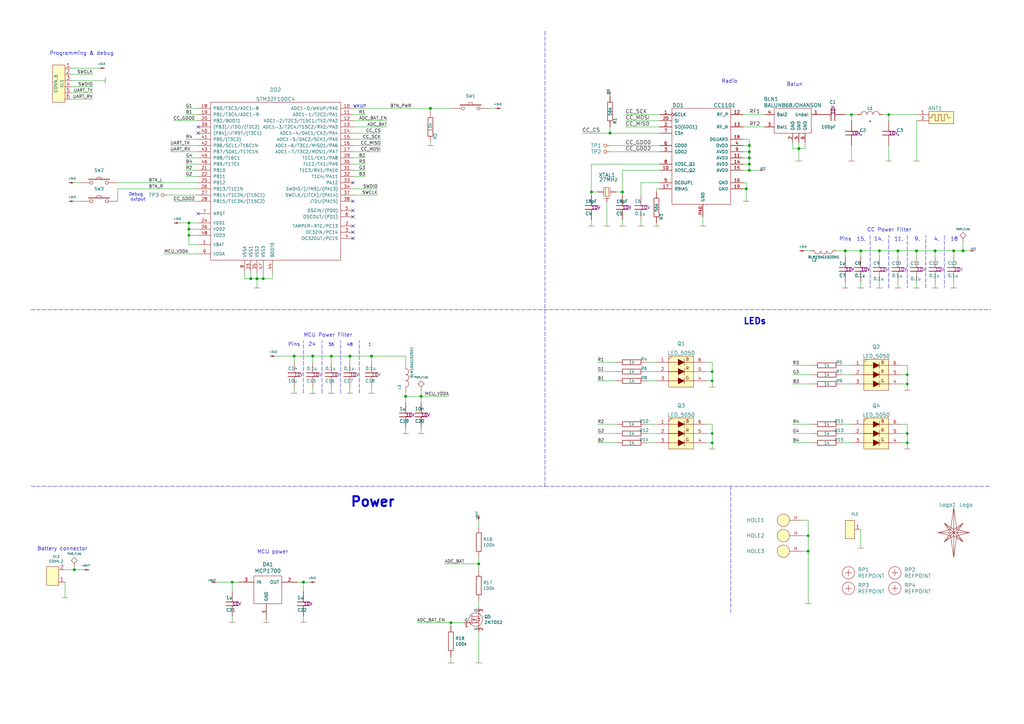
<source format=kicad_sch>
(kicad_sch (version 20210621) (generator eeschema)
  (paper "A3")
  (junction (at 306.07 77.47) (diameter 1.016))
  (junction (at 196.3674 231.267) (diameter 1.016))
  (junction (at 307.34 62.23) (diameter 1.016))
  (junction (at 307.34 67.31) (diameter 1.016))
  (junction (at 255.27 78.74) (diameter 1.016))
  (junction (at 383.54 102.87) (diameter 1.016))
  (junction (at 307.34 69.85) (diameter 1.016))
  (junction (at 128.27 146.05) (diameter 1.016))
  (junction (at 143.51 146.05) (diameter 1.016))
  (junction (at 77.47 96.52))
  (junction (at 242.57 78.74) (diameter 1.016))
  (junction (at 353.06 102.87) (diameter 1.016))
  (junction (at 172.72 162.56) (diameter 1.016))
  (junction (at 77.47 91.44) (diameter 1.016))
  (junction (at 102.87 114.3) (diameter 1.016))
  (junction (at 349.25 46.99))
  (junction (at 292.1 181.61))
  (junction (at 166.37 162.56) (diameter 1.016))
  (junction (at 120.65 146.05) (diameter 1.016))
  (junction (at 307.34 64.77) (diameter 1.016))
  (junction (at 105.41 114.3) (diameter 1.016))
  (junction (at 375.92 102.87) (diameter 1.016))
  (junction (at 372.11 181.61))
  (junction (at 391.16 102.87) (diameter 1.016))
  (junction (at 372.11 153.67))
  (junction (at 360.68 102.87) (diameter 1.016))
  (junction (at 394.97 102.87) (diameter 1.016))
  (junction (at 152.4 146.05) (diameter 1.016))
  (junction (at 250.19 54.61) (diameter 1.016))
  (junction (at 346.71 102.87) (diameter 1.016))
  (junction (at 307.34 59.69) (diameter 1.016))
  (junction (at 184.9374 255.397) (diameter 1.016))
  (junction (at 176.53 44.45) (diameter 1.016))
  (junction (at 292.1 152.4))
  (junction (at 107.95 114.3) (diameter 1.016))
  (junction (at 368.3 102.87) (diameter 1.016))
  (junction (at 124.46 238.76) (diameter 1.016))
  (junction (at 292.1 177.8))
  (junction (at 331.47 219.71))
  (junction (at 30.48 233.68) (diameter 1.016))
  (junction (at 95.25 238.76))
  (junction (at 372.11 177.8))
  (junction (at 331.47 226.06) (diameter 1.016))
  (junction (at 364.49 46.99))
  (junction (at 327.66 60.96) (diameter 1.016))
  (junction (at 292.1 156.21))
  (junction (at 77.47 93.98) (diameter 1.016))
  (junction (at 135.89 146.05) (diameter 1.016))
  (junction (at 372.11 157.48))
  (no_connect (at 144.78 88.9))
  (no_connect (at 144.78 86.36))
  (no_connect (at 144.78 92.71))
  (no_connect (at 81.28 52.07))
  (no_connect (at 81.28 54.61))
  (no_connect (at 144.78 82.55))
  (no_connect (at 144.78 74.93))
  (no_connect (at 144.78 97.79))
  (no_connect (at 144.78 95.25))
  (no_connect (at 81.28 87.63))
  (wire (pts (xy 102.87 114.3) (xy 105.41 114.3)))
  (wire (pts (xy 345.44 181.61) (xy 349.25 181.61)))
  (wire (pts (xy 252.73 181.61) (xy 245.11 181.61)))
  (wire (pts (xy 361.95 46.99) (xy 364.49 46.99)))
  (wire (pts (xy 364.49 46.99) (xy 375.92 46.99)))
  (wire (pts (xy 292.1 177.8) (xy 292.1 181.61)))
  (wire (pts (xy 81.28 46.99) (xy 76.2 46.99)))
  (wire (pts (xy 95.25 238.76) (xy 97.79 238.76)))
  (wire (pts (xy 88.9 238.76) (xy 95.25 238.76)))
  (wire (pts (xy 176.53 44.45) (xy 176.53 45.72)))
  (polyline (pts (xy 132.08 161.29) (xy 132.08 139.7)) (stroke (width 0) (type dash)))
  (wire (pts (xy 71.12 49.53) (xy 81.28 49.53)))
  (wire (pts (xy 304.8 64.77) (xy 307.34 64.77)))
  (wire (pts (xy 391.16 102.87) (xy 394.97 102.87)))
  (wire (pts (xy 29.21 27.94) (xy 40.64 27.94)))
  (wire (pts (xy 172.72 162.56) (xy 172.72 165.1)))
  (wire (pts (xy 250.19 59.69) (xy 270.51 59.69)))
  (wire (pts (xy 265.43 177.8) (xy 269.24 177.8)))
  (wire (pts (xy 81.28 96.52) (xy 77.47 96.52)))
  (wire (pts (xy 105.41 114.3) (xy 105.41 111.76)))
  (polyline (pts (xy 356.87 96.52) (xy 356.87 118.11)) (stroke (width 0) (type dash)))
  (wire (pts (xy 156.21 54.61) (xy 144.78 54.61)))
  (wire (pts (xy 120.65 146.05) (xy 128.27 146.05)))
  (wire (pts (xy 100.33 114.3) (xy 102.87 114.3)))
  (wire (pts (xy 102.87 111.76) (xy 102.87 114.3)))
  (wire (pts (xy 394.97 102.87) (xy 394.97 99.06)))
  (wire (pts (xy 256.54 46.99) (xy 270.51 46.99)))
  (wire (pts (xy 196.3674 259.207) (xy 196.3674 271.907)))
  (wire (pts (xy 81.28 100.33) (xy 77.47 100.33)))
  (wire (pts (xy 77.47 100.33) (xy 77.47 96.52)))
  (wire (pts (xy 383.54 115.57) (xy 383.54 118.11)))
  (wire (pts (xy 328.93 213.36) (xy 331.47 213.36)))
  (wire (pts (xy 331.47 213.36) (xy 331.47 219.71)))
  (wire (pts (xy 196.3674 233.807) (xy 196.3674 231.267)))
  (wire (pts (xy 144.78 46.99) (xy 149.86 46.99)))
  (wire (pts (xy 143.51 146.05) (xy 152.4 146.05)))
  (wire (pts (xy 330.2 60.96) (xy 330.2 58.42)))
  (wire (pts (xy 144.78 72.39) (xy 149.86 72.39)))
  (wire (pts (xy 121.92 238.76) (xy 124.46 238.76)))
  (wire (pts (xy 345.44 157.48) (xy 349.25 157.48)))
  (wire (pts (xy 144.78 80.01) (xy 154.94 80.01)))
  (wire (pts (xy 331.47 226.06) (xy 331.47 219.71)))
  (wire (pts (xy 360.68 115.57) (xy 360.68 118.11)))
  (wire (pts (xy 48.26 77.47) (xy 48.26 82.55)))
  (wire (pts (xy 364.49 59.69) (xy 364.49 66.04)))
  (wire (pts (xy 256.54 49.53) (xy 270.51 49.53)))
  (wire (pts (xy 313.69 52.07) (xy 304.8 52.07)))
  (wire (pts (xy 265.43 152.4) (xy 269.24 152.4)))
  (wire (pts (xy 124.46 252.73) (xy 124.46 255.27)))
  (wire (pts (xy 360.68 102.87) (xy 368.3 102.87)))
  (wire (pts (xy 307.34 62.23) (xy 307.34 64.77)))
  (wire (pts (xy 124.46 238.76) (xy 124.46 242.57)))
  (wire (pts (xy 100.33 111.76) (xy 100.33 114.3)))
  (polyline (pts (xy 364.49 118.11) (xy 364.49 96.52)) (stroke (width 0) (type dash)))
  (wire (pts (xy 292.1 181.61) (xy 292.1 184.15)))
  (wire (pts (xy 29.21 35.56) (xy 38.1 35.56)))
  (wire (pts (xy 120.65 148.59) (xy 120.65 146.05)))
  (wire (pts (xy 332.74 149.86) (xy 325.12 149.86)))
  (wire (pts (xy 158.75 49.53) (xy 144.78 49.53)))
  (polyline (pts (xy 223.52 199.39) (xy 406.4 199.39)) (stroke (width 0) (type dash)))
  (wire (pts (xy 252.73 152.4) (xy 245.11 152.4)))
  (polyline (pts (xy 12.7 127) (xy 406.4 127)) (stroke (width 0) (type dash)))
  (wire (pts (xy 242.57 90.17) (xy 242.57 92.71)))
  (wire (pts (xy 327.66 58.42) (xy 327.66 60.96)))
  (wire (pts (xy 176.53 58.42) (xy 176.53 59.69)))
  (wire (pts (xy 29.21 33.02) (xy 43.18 33.02)))
  (wire (pts (xy 265.43 173.99) (xy 269.24 173.99)))
  (wire (pts (xy 307.34 64.77) (xy 307.34 67.31)))
  (wire (pts (xy 368.3 115.57) (xy 368.3 118.11)))
  (wire (pts (xy 38.1 30.48) (xy 29.21 30.48)))
  (wire (pts (xy 156.21 59.69) (xy 144.78 59.69)))
  (polyline (pts (xy 299.72 199.39) (xy 299.72 251.46)) (stroke (width 0) (type dash)))
  (wire (pts (xy 76.2 69.85) (xy 81.28 69.85)))
  (wire (pts (xy 33.02 82.55) (xy 30.48 82.55)))
  (wire (pts (xy 184.9374 269.367) (xy 184.9374 271.907)))
  (wire (pts (xy 375.92 115.57) (xy 375.92 118.11)))
  (wire (pts (xy 33.02 74.93) (xy 30.48 74.93)))
  (wire (pts (xy 306.07 74.93) (xy 304.8 74.93)))
  (wire (pts (xy 345.44 153.67) (xy 349.25 153.67)))
  (wire (pts (xy 67.31 104.14) (xy 81.28 104.14)))
  (wire (pts (xy 95.25 238.76) (xy 95.25 242.57)))
  (polyline (pts (xy 372.11 96.52) (xy 372.11 118.11)) (stroke (width 0) (type dash)))
  (wire (pts (xy 68.58 80.01) (xy 81.28 80.01)))
  (wire (pts (xy 252.73 173.99) (xy 245.11 173.99)))
  (wire (pts (xy 325.12 60.96) (xy 327.66 60.96)))
  (wire (pts (xy 304.8 67.31) (xy 307.34 67.31)))
  (wire (pts (xy 375.92 49.53) (xy 375.92 66.04)))
  (wire (pts (xy 391.16 105.41) (xy 391.16 102.87)))
  (wire (pts (xy 304.8 62.23) (xy 307.34 62.23)))
  (wire (pts (xy 292.1 152.4) (xy 292.1 156.21)))
  (wire (pts (xy 289.56 152.4) (xy 292.1 152.4)))
  (wire (pts (xy 368.3 102.87) (xy 375.92 102.87)))
  (wire (pts (xy 135.89 146.05) (xy 143.51 146.05)))
  (wire (pts (xy 120.65 158.75) (xy 120.65 161.29)))
  (wire (pts (xy 250.19 54.61) (xy 270.51 54.61)))
  (wire (pts (xy 238.76 54.61) (xy 250.19 54.61)))
  (wire (pts (xy 375.92 105.41) (xy 375.92 102.87)))
  (wire (pts (xy 124.46 238.76) (xy 127 238.76)))
  (wire (pts (xy 332.74 153.67) (xy 325.12 153.67)))
  (wire (pts (xy 34.29 233.68) (xy 30.48 233.68)))
  (wire (pts (xy 30.48 233.68) (xy 26.67 233.68)))
  (wire (pts (xy 166.37 175.26) (xy 166.37 177.8)))
  (wire (pts (xy 144.78 44.45) (xy 176.53 44.45)))
  (wire (pts (xy 307.34 69.85) (xy 311.15 69.85)))
  (wire (pts (xy 353.06 217.17) (xy 353.06 224.79)))
  (wire (pts (xy 143.51 148.59) (xy 143.51 146.05)))
  (wire (pts (xy 292.1 156.21) (xy 292.1 158.75)))
  (wire (pts (xy 372.11 149.86) (xy 372.11 153.67)))
  (wire (pts (xy 200.66 44.45) (xy 203.2 44.45)))
  (wire (pts (xy 369.57 153.67) (xy 372.11 153.67)))
  (wire (pts (xy 30.48 232.41) (xy 30.48 233.68)))
  (wire (pts (xy 332.74 181.61) (xy 325.12 181.61)))
  (wire (pts (xy 345.44 177.8) (xy 349.25 177.8)))
  (wire (pts (xy 372.11 177.8) (xy 372.11 181.61)))
  (wire (pts (xy 190.0174 255.397) (xy 184.9374 255.397)))
  (wire (pts (xy 327.66 60.96) (xy 327.66 66.04)))
  (wire (pts (xy 252.73 78.74) (xy 255.27 78.74)))
  (wire (pts (xy 255.27 69.85) (xy 270.51 69.85)))
  (wire (pts (xy 369.57 149.86) (xy 372.11 149.86)))
  (wire (pts (xy 81.28 93.98) (xy 77.47 93.98)))
  (wire (pts (xy 306.07 77.47) (xy 306.07 74.93)))
  (wire (pts (xy 306.07 82.55) (xy 306.07 77.47)))
  (wire (pts (xy 77.47 96.52) (xy 77.47 93.98)))
  (wire (pts (xy 265.43 156.21) (xy 269.24 156.21)))
  (wire (pts (xy 149.86 67.31) (xy 144.78 67.31)))
  (wire (pts (xy 332.74 177.8) (xy 325.12 177.8)))
  (wire (pts (xy 288.29 88.9) (xy 288.29 92.71)))
  (wire (pts (xy 135.89 158.75) (xy 135.89 161.29)))
  (polyline (pts (xy 379.73 118.11) (xy 379.73 96.52)) (stroke (width 0) (type dash)))
  (wire (pts (xy 369.57 181.61) (xy 372.11 181.61)))
  (wire (pts (xy 346.71 102.87) (xy 353.06 102.87)))
  (wire (pts (xy 349.25 59.69) (xy 349.25 66.04)))
  (wire (pts (xy 383.54 105.41) (xy 383.54 102.87)))
  (wire (pts (xy 76.2 72.39) (xy 81.28 72.39)))
  (wire (pts (xy 196.3674 213.487) (xy 196.3674 216.027)))
  (wire (pts (xy 242.57 67.31) (xy 242.57 78.74)))
  (wire (pts (xy 345.44 149.86) (xy 349.25 149.86)))
  (wire (pts (xy 107.95 111.76) (xy 107.95 114.3)))
  (wire (pts (xy 38.1 38.1) (xy 29.21 38.1)))
  (wire (pts (xy 342.9 102.87) (xy 346.71 102.87)))
  (wire (pts (xy 81.28 77.47) (xy 48.26 77.47)))
  (wire (pts (xy 105.41 118.11) (xy 105.41 114.3)))
  (polyline (pts (xy 223.52 12.7) (xy 223.52 199.39)) (stroke (width 0) (type dash)))
  (polyline (pts (xy 139.7 161.29) (xy 139.7 139.7)) (stroke (width 0) (type dash)))
  (wire (pts (xy 166.37 160.02) (xy 166.37 162.56)))
  (wire (pts (xy 81.28 67.31) (xy 76.2 67.31)))
  (wire (pts (xy 107.95 114.3) (xy 111.76 114.3)))
  (wire (pts (xy 304.8 59.69) (xy 307.34 59.69)))
  (wire (pts (xy 269.24 91.44) (xy 269.24 92.71)))
  (wire (pts (xy 107.95 114.3) (xy 105.41 114.3)))
  (polyline (pts (xy 12.7 199.39) (xy 223.52 199.39)) (stroke (width 0) (type dash)))
  (wire (pts (xy 255.27 80.01) (xy 255.27 78.74)))
  (wire (pts (xy 307.34 67.31) (xy 307.34 69.85)))
  (wire (pts (xy 346.71 105.41) (xy 346.71 102.87)))
  (wire (pts (xy 349.25 46.99) (xy 349.25 49.53)))
  (wire (pts (xy 81.28 62.23) (xy 69.85 62.23)))
  (wire (pts (xy 269.24 77.47) (xy 270.51 77.47)))
  (wire (pts (xy 353.06 105.41) (xy 353.06 102.87)))
  (wire (pts (xy 252.73 156.21) (xy 245.11 156.21)))
  (wire (pts (xy 289.56 148.59) (xy 292.1 148.59)))
  (wire (pts (xy 292.1 148.59) (xy 292.1 152.4)))
  (wire (pts (xy 289.56 177.8) (xy 292.1 177.8)))
  (wire (pts (xy 152.4 158.75) (xy 152.4 161.29)))
  (wire (pts (xy 327.66 60.96) (xy 330.2 60.96)))
  (wire (pts (xy 372.11 157.48) (xy 372.11 160.02)))
  (wire (pts (xy 292.1 173.99) (xy 292.1 177.8)))
  (wire (pts (xy 262.89 90.17) (xy 262.89 92.71)))
  (wire (pts (xy 364.49 46.99) (xy 364.49 49.53)))
  (wire (pts (xy 307.34 57.15) (xy 307.34 59.69)))
  (wire (pts (xy 360.68 105.41) (xy 360.68 102.87)))
  (wire (pts (xy 262.89 74.93) (xy 262.89 80.01)))
  (wire (pts (xy 166.37 149.86) (xy 166.37 146.05)))
  (wire (pts (xy 270.51 67.31) (xy 242.57 67.31)))
  (wire (pts (xy 77.47 93.98) (xy 77.47 91.44)))
  (wire (pts (xy 172.72 160.02) (xy 172.72 162.56)))
  (wire (pts (xy 128.27 158.75) (xy 128.27 161.29)))
  (wire (pts (xy 149.86 64.77) (xy 144.78 64.77)))
  (polyline (pts (xy 387.35 96.52) (xy 387.35 118.11)) (stroke (width 0) (type dash)))
  (wire (pts (xy 346.71 115.57) (xy 346.71 118.11)))
  (wire (pts (xy 289.56 173.99) (xy 292.1 173.99)))
  (wire (pts (xy 391.16 115.57) (xy 391.16 118.11)))
  (wire (pts (xy 242.57 78.74) (xy 242.57 80.01)))
  (wire (pts (xy 113.03 146.05) (xy 120.65 146.05)))
  (wire (pts (xy 325.12 58.42) (xy 325.12 60.96)))
  (wire (pts (xy 369.57 173.99) (xy 372.11 173.99)))
  (wire (pts (xy 289.56 181.61) (xy 292.1 181.61)))
  (wire (pts (xy 369.57 177.8) (xy 372.11 177.8)))
  (wire (pts (xy 135.89 148.59) (xy 135.89 146.05)))
  (wire (pts (xy 265.43 148.59) (xy 269.24 148.59)))
  (wire (pts (xy 128.27 146.05) (xy 135.89 146.05)))
  (wire (pts (xy 252.73 148.59) (xy 245.11 148.59)))
  (wire (pts (xy 196.3674 249.047) (xy 196.3674 246.507)))
  (wire (pts (xy 269.24 78.74) (xy 269.24 77.47)))
  (wire (pts (xy 368.3 105.41) (xy 368.3 102.87)))
  (wire (pts (xy 330.2 102.87) (xy 332.74 102.87)))
  (wire (pts (xy 383.54 102.87) (xy 391.16 102.87)))
  (wire (pts (xy 394.97 102.87) (xy 397.51 102.87)))
  (wire (pts (xy 144.78 62.23) (xy 156.21 62.23)))
  (polyline (pts (xy 147.32 161.29) (xy 147.32 139.7)) (stroke (width 0) (type dash)))
  (wire (pts (xy 196.3674 231.267) (xy 196.3674 228.727)))
  (wire (pts (xy 77.47 91.44) (xy 81.28 91.44)))
  (wire (pts (xy 331.47 226.06) (xy 331.47 247.65)))
  (wire (pts (xy 109.22 255.27) (xy 109.22 254)))
  (wire (pts (xy 328.93 226.06) (xy 331.47 226.06)))
  (wire (pts (xy 304.8 69.85) (xy 307.34 69.85)))
  (wire (pts (xy 111.76 114.3) (xy 111.76 111.76)))
  (wire (pts (xy 353.06 115.57) (xy 353.06 118.11)))
  (wire (pts (xy 143.51 158.75) (xy 143.51 161.29)))
  (wire (pts (xy 289.56 156.21) (xy 292.1 156.21)))
  (wire (pts (xy 248.92 82.55) (xy 248.92 92.71)))
  (wire (pts (xy 375.92 102.87) (xy 383.54 102.87)))
  (wire (pts (xy 81.28 57.15) (xy 76.2 57.15)))
  (wire (pts (xy 152.4 146.05) (xy 166.37 146.05)))
  (wire (pts (xy 331.47 219.71) (xy 328.93 219.71)))
  (wire (pts (xy 172.72 162.56) (xy 184.15 162.56)))
  (wire (pts (xy 250.19 52.07) (xy 250.19 54.61)))
  (wire (pts (xy 304.8 46.99) (xy 313.69 46.99)))
  (wire (pts (xy 372.11 181.61) (xy 372.11 184.15)))
  (wire (pts (xy 250.19 62.23) (xy 270.51 62.23)))
  (wire (pts (xy 304.8 57.15) (xy 307.34 57.15)))
  (wire (pts (xy 81.28 44.45) (xy 76.2 44.45)))
  (wire (pts (xy 332.74 157.48) (xy 325.12 157.48)))
  (wire (pts (xy 144.78 77.47) (xy 154.94 77.47)))
  (wire (pts (xy 304.8 77.47) (xy 306.07 77.47)))
  (wire (pts (xy 144.78 69.85) (xy 149.86 69.85)))
  (wire (pts (xy 170.9674 255.397) (xy 184.9374 255.397)))
  (wire (pts (xy 29.21 40.64) (xy 38.1 40.64)))
  (wire (pts (xy 372.11 153.67) (xy 372.11 157.48)))
  (wire (pts (xy 255.27 90.17) (xy 255.27 92.71)))
  (wire (pts (xy 71.12 82.55) (xy 81.28 82.55)))
  (wire (pts (xy 270.51 74.93) (xy 262.89 74.93)))
  (wire (pts (xy 166.37 162.56) (xy 172.72 162.56)))
  (wire (pts (xy 144.78 57.15) (xy 156.21 57.15)))
  (wire (pts (xy 172.72 175.26) (xy 172.72 177.8)))
  (wire (pts (xy 184.9374 255.397) (xy 184.9374 256.667)))
  (wire (pts (xy 81.28 74.93) (xy 48.26 74.93)))
  (wire (pts (xy 95.25 252.73) (xy 95.25 255.27)))
  (wire (pts (xy 182.3974 231.267) (xy 196.3674 231.267)))
  (wire (pts (xy 346.71 46.99) (xy 349.25 46.99)))
  (wire (pts (xy 349.25 46.99) (xy 351.79 46.99)))
  (wire (pts (xy 307.34 59.69) (xy 307.34 62.23)))
  (wire (pts (xy 252.73 177.8) (xy 245.11 177.8)))
  (wire (pts (xy 166.37 162.56) (xy 166.37 165.1)))
  (wire (pts (xy 245.11 78.74) (xy 242.57 78.74)))
  (wire (pts (xy 372.11 173.99) (xy 372.11 177.8)))
  (wire (pts (xy 256.54 52.07) (xy 270.51 52.07)))
  (wire (pts (xy 81.28 64.77) (xy 76.2 64.77)))
  (wire (pts (xy 26.67 238.76) (xy 26.67 245.11)))
  (wire (pts (xy 353.06 102.87) (xy 360.68 102.87)))
  (polyline (pts (xy 124.46 161.29) (xy 124.46 139.7)) (stroke (width 0) (type dash)))
  (wire (pts (xy 73.66 91.44) (xy 77.47 91.44)))
  (wire (pts (xy 158.75 52.07) (xy 144.78 52.07)))
  (wire (pts (xy 69.85 59.69) (xy 81.28 59.69)))
  (wire (pts (xy 332.74 173.99) (xy 325.12 173.99)))
  (wire (pts (xy 128.27 148.59) (xy 128.27 146.05)))
  (wire (pts (xy 255.27 78.74) (xy 255.27 69.85)))
  (wire (pts (xy 176.53 44.45) (xy 185.42 44.45)))
  (wire (pts (xy 152.4 148.59) (xy 152.4 146.05)))
  (wire (pts (xy 265.43 181.61) (xy 269.24 181.61)))
  (wire (pts (xy 345.44 173.99) (xy 349.25 173.99)))
  (wire (pts (xy 369.57 157.48) (xy 372.11 157.48)))
  (text "WKUP" (at 144.78 44.45 0) (effects (font (size 1.27 1.27)) (justify left bottom)))
  (text "CC Power Filter" (at 355.6 95.25 0) (effects (font (size 1.524 1.524)) (justify left bottom)))
  (text "24" (at 129.54 142.24 180) (effects (font (size 1.524 1.524)) (justify right bottom)))
  (text "Pins" (at 118.11 142.24 0) (effects (font (size 1.524 1.524)) (justify left bottom)))
  (text "Balun" (at 322.58 35.56 0) (effects (font (size 1.524 1.524)) (justify left bottom)))
  (text "Power" (at 143.51 208.28 0) (effects (font (size 3.9878 3.9878) (thickness 0.7976) bold) (justify left bottom)))
  (text "48" (at 144.78 142.24 180) (effects (font (size 1.27 1.27)) (justify right bottom)))
  (text "36" (at 137.16 142.24 180) (effects (font (size 1.27 1.27)) (justify right bottom)))
  (text "MCU power" (at 105.41 227.33 0) (effects (font (size 1.524 1.524)) (justify left bottom)))
  (text "Debug \noutput" (at 59.69 82.55 180) (effects (font (size 1.27 1.27)) (justify right bottom)))
  (text "Battery connector" (at 15.24 226.06 0) (effects (font (size 1.524 1.524)) (justify left bottom)))
  (text "Radio" (at 295.91 34.29 0) (effects (font (size 1.524 1.524)) (justify left bottom)))
  (text "LEDs" (at 304.8 133.35 0) (effects (font (size 2.54 2.54) (thickness 0.508) bold) (justify left bottom)))
  (text "Programming & debug" (at 20.32 22.86 0) (effects (font (size 1.524 1.524)) (justify left bottom)))
  (text "MCU Power Filter" (at 124.46 138.43 0) (effects (font (size 1.524 1.524)) (justify left bottom)))
  (text "1" (at 152.4 142.24 180) (effects (font (size 1.27 1.27)) (justify right bottom)))
  (text "Pins  15,   14,    11,    9,     4,    18" (at 344.17 99.06 0) (effects (font (size 1.524 1.524)) (justify left bottom)))
  (label "R1" (at 245.11 148.59 0))
  (label "G4" (at 76.2 64.77 0))
  (label "RF1" (at 307.34 46.99 0) (effects (font (size 1.524 1.524))))
  (label "UART_RX" (at 38.1 40.64 180))
  (label "G4" (at 325.12 177.8 0))
  (label "CC_GDO2" (at 256.54 62.23 0) (effects (font (size 1.524 1.524))))
  (label "R2" (at 245.11 173.99 0))
  (label "MCU_VDDA" (at 67.31 104.14 0))
  (label "CC_MOSI" (at 156.21 62.23 180))
  (label "SWCLK" (at 154.94 80.01 180))
  (label "UART_TX" (at 69.85 59.69 0))
  (label "SWDIO" (at 154.94 77.47 180))
  (label "R3" (at 149.86 67.31 180))
  (label "B4" (at 76.2 67.31 0))
  (label "CC_CS" (at 156.21 54.61 180))
  (label "R4" (at 76.2 57.15 0))
  (label "ADC_BAT" (at 182.3974 231.267 0))
  (label "ADC_BAT_EN" (at 170.9674 255.397 0))
  (label "G1" (at 245.11 152.4 0))
  (label "RF2" (at 307.34 52.07 0) (effects (font (size 1.524 1.524))))
  (label "R1" (at 149.86 46.99 180))
  (label "BTN_PWR" (at 160.02 44.45 0))
  (label "CC_GDO2" (at 71.12 82.55 0))
  (label "G1" (at 76.2 44.45 0))
  (label "B3" (at 149.86 72.39 180))
  (label "B2" (at 149.86 64.77 180))
  (label "CC_SCK" (at 156.21 57.15 180))
  (label "G2" (at 245.11 177.8 0))
  (label "UART_TX" (at 38.1 38.1 180))
  (label "R2" (at 76.2 69.85 0))
  (label "CC_GDO0" (at 256.54 59.69 0) (effects (font (size 1.524 1.524))))
  (label "R3" (at 325.12 149.86 0))
  (label "B1" (at 76.2 46.99 0))
  (label "CC_MISO" (at 256.54 52.07 0) (effects (font (size 1.524 1.524))))
  (label "B2" (at 245.11 181.61 0))
  (label "ADC_BAT_EN" (at 158.75 49.53 180))
  (label "G2" (at 76.2 72.39 0))
  (label "ADC_BAT" (at 158.75 52.07 180))
  (label "SWCLK" (at 38.1 30.48 180))
  (label "B4" (at 325.12 181.61 0))
  (label "CC_SCK" (at 256.54 46.99 0) (effects (font (size 1.524 1.524))))
  (label "MCU_VDDA" (at 184.15 162.56 180))
  (label "R4" (at 325.12 173.99 0))
  (label "B3" (at 325.12 157.48 0))
  (label "CC_MISO" (at 156.21 59.69 180))
  (label "SWDIO" (at 38.1 35.56 180))
  (label "BTN_R" (at 60.96 77.47 0))
  (label "BTN_L" (at 60.96 74.93 0))
  (label "CC_MOSI" (at 256.54 49.53 0) (effects (font (size 1.524 1.524))))
  (label "G3" (at 149.86 69.85 180))
  (label "CC_GDO0" (at 71.12 49.53 0))
  (label "CC_CS" (at 238.76 54.61 0) (effects (font (size 1.524 1.524))))
  (label "G3" (at 325.12 153.67 0))
  (label "B1" (at 245.11 156.21 0))
  (label "UART_RX" (at 69.85 62.23 0))
  (symbol (lib_id "power:GND") (at 166.37 177.8 0) (unit 1)
    (property "Reference" "#PWR039" (effects hide))
    (property "Value" "GND" (effects hide))
  )
  (symbol (lib_id "power:GND") (at 152.4 161.29 0) (unit 1)
    (property "Reference" "#PWR038" (effects hide))
    (property "Value" "GND" (effects hide))
  )
  (symbol (lib_id "power:GND") (at 143.51 161.29 0) (unit 1)
    (property "Reference" "#PWR037" (effects hide))
    (property "Value" "GND" (effects hide))
  )
  (symbol (lib_id "power:GND") (at 128.27 161.29 0) (unit 1)
    (property "Reference" "#PWR035" (effects hide))
    (property "Value" "GND" (effects hide))
  )
  (symbol (lib_name "Tittar_kl:C_9") (lib_id "Tittar_kl:C") (at 128.27 153.67 0) (unit 1)
    (property "Reference" "C15" (at 125.73 156.21 0) (effects (justify left)))
    (property "Value" "0.1u" (at 125.73 151.13 0) (effects (justify left)))
    (property "Footprint" "Capacitors:CAP_0603_Silks" (effects hide))
    (property "Price" "0.5" (effects hide))
    (property "SolderPoints" "2" (effects hide))
    (property "Description" "X5R or X7R capacitor, 6.3V or higher" (effects hide))
    (property "Type" "Capacitor SMD" (effects hide))
    (property "PN" "-" (effects hide))
    (property "Manufacturer" "-" (effects hide))
    (property "Dielectric" "X5R or X7R" (effects hide))
    (property "Tolerance" "20%" (effects hide))
    (property "Voltage" "10V" (at 128.27 153.67 0) (effects (justify left)))
  )
  (symbol (lib_name "Tittar_kl:C_7") (lib_id "Tittar_kl:C") (at 143.51 153.67 0) (unit 1)
    (property "Reference" "C17" (at 140.97 156.21 0) (effects (justify left)))
    (property "Value" "0.1u" (at 140.97 151.13 0) (effects (justify left)))
    (property "Footprint" "Capacitors:CAP_0603_Silks" (effects hide))
    (property "Price" "0.5" (effects hide))
    (property "SolderPoints" "2" (effects hide))
    (property "Description" "X5R or X7R capacitor, 6.3V or higher" (effects hide))
    (property "Type" "Capacitor SMD" (effects hide))
    (property "PN" "-" (effects hide))
    (property "Manufacturer" "-" (effects hide))
    (property "Dielectric" "X5R or X7R" (effects hide))
    (property "Tolerance" "20%" (effects hide))
    (property "Voltage" "10V" (at 143.51 153.67 0) (effects (justify left)))
  )
  (symbol (lib_name "Tittar_kl:C_14") (lib_id "Tittar_kl:C") (at 166.37 170.18 0) (unit 1)
    (property "Reference" "C19" (at 163.83 172.72 0) (effects (justify left)))
    (property "Value" "1u" (at 163.83 167.64 0) (effects (justify left)))
    (property "Footprint" "Capacitors:CAP_0603_Silks" (effects hide))
    (property "Price" "0.5" (effects hide))
    (property "SolderPoints" "2" (effects hide))
    (property "Description" "X5R or X7R capacitor, 6.3V or higher" (effects hide))
    (property "Type" "Capacitor SMD" (effects hide))
    (property "PN" "-" (effects hide))
    (property "Manufacturer" "-" (effects hide))
    (property "Dielectric" "X5R or X7R" (effects hide))
    (property "Tolerance" "20%" (effects hide))
    (property "Voltage" "10V" (at 166.37 170.18 0) (effects (justify left)))
  )
  (symbol (lib_name "Tittar_kl:C_16") (lib_id "Tittar_kl:C") (at 152.4 153.67 0) (unit 1)
    (property "Reference" "C18" (at 149.86 156.21 0) (effects (justify left)))
    (property "Value" "0.1u" (at 149.86 151.13 0) (effects (justify left)))
    (property "Footprint" "Capacitors:CAP_0603_Silks" (effects hide))
    (property "Price" "0.5" (effects hide))
    (property "SolderPoints" "2" (effects hide))
    (property "Description" "X5R or X7R capacitor, 6.3V or higher" (effects hide))
    (property "Type" "Capacitor SMD" (effects hide))
    (property "PN" "-" (effects hide))
    (property "Manufacturer" "-" (effects hide))
    (property "Dielectric" "X5R or X7R" (effects hide))
    (property "Tolerance" "20%" (effects hide))
    (property "Voltage" "10V" (at 152.4 153.67 0) (effects (justify left)))
  )
  (symbol (lib_id "power:GND") (at 120.65 161.29 0) (unit 1)
    (property "Reference" "#PWR034" (effects hide))
    (property "Value" "GND" (effects hide))
  )
  (symbol (lib_id "power:GND") (at 135.89 161.29 0) (unit 1)
    (property "Reference" "#PWR036" (effects hide))
    (property "Value" "GND" (effects hide))
  )
  (symbol (lib_name "Tittar_kl:C_8") (lib_id "Tittar_kl:C") (at 135.89 153.67 0) (unit 1)
    (property "Reference" "C16" (at 133.35 156.21 0) (effects (justify left)))
    (property "Value" "0.1u" (at 133.35 151.13 0) (effects (justify left)))
    (property "Footprint" "Capacitors:CAP_0603_Silks" (effects hide))
    (property "Price" "0.5" (effects hide))
    (property "SolderPoints" "2" (effects hide))
    (property "Description" "X5R or X7R capacitor, 6.3V or higher" (effects hide))
    (property "Type" "Capacitor SMD" (effects hide))
    (property "PN" "-" (effects hide))
    (property "Manufacturer" "-" (effects hide))
    (property "Dielectric" "X5R or X7R" (effects hide))
    (property "Tolerance" "20%" (effects hide))
    (property "Voltage" "10V" (at 135.89 153.67 0) (effects (justify left)))
  )
  (symbol (lib_id "power:GND") (at 391.16 118.11 0) (unit 1)
    (property "Reference" "#PWR030" (effects hide))
    (property "Value" "GND" (effects hide))
  )
  (symbol (lib_name "Tittar_kl:C_3") (lib_id "Tittar_kl:C") (at 391.16 110.49 0) (unit 1)
    (property "Reference" "C13" (at 388.62 107.95 0) (effects (justify left)))
    (property "Value" "0.1u" (at 388.62 113.03 0) (effects (justify left)))
    (property "Footprint" "Capacitors:CAP_0603_Silks" (effects hide))
    (property "Price" "0.5" (effects hide))
    (property "SolderPoints" "2" (effects hide))
    (property "Description" "X5R or X7R capacitor, 6.3V or higher" (effects hide))
    (property "Type" "Capacitor SMD" (effects hide))
    (property "PN" "-" (effects hide))
    (property "Manufacturer" "-" (effects hide))
    (property "Dielectric" "X5R or X7R" (effects hide))
    (property "Tolerance" "20%" (effects hide))
    (property "Voltage" "10V" (at 391.16 110.49 0) (effects (justify left)))
  )
  (symbol (lib_id "power:GND") (at 375.92 118.11 0) (unit 1)
    (property "Reference" "#PWR028" (effects hide))
    (property "Value" "GND" (effects hide))
  )
  (symbol (lib_name "Tittar_kl:C_5") (lib_id "Tittar_kl:C") (at 375.92 110.49 0) (unit 1)
    (property "Reference" "C11" (at 373.38 107.95 0) (effects (justify left)))
    (property "Value" "0.1u" (at 373.38 114.3 0) (effects (justify left)))
    (property "Footprint" "Capacitors:CAP_0603_Silks" (effects hide))
    (property "Price" "0.5" (effects hide))
    (property "SolderPoints" "2" (effects hide))
    (property "Description" "X5R or X7R capacitor, 6.3V or higher" (effects hide))
    (property "Type" "Capacitor SMD" (effects hide))
    (property "PN" "-" (effects hide))
    (property "Manufacturer" "-" (effects hide))
    (property "Dielectric" "X5R or X7R" (effects hide))
    (property "Tolerance" "20%" (effects hide))
    (property "Voltage" "10V" (at 375.92 110.49 0) (effects (justify left)))
  )
  (symbol (lib_name "Tittar_kl:C_2") (lib_id "Tittar_kl:C") (at 383.54 110.49 0) (unit 1)
    (property "Reference" "C12" (at 381 107.95 0) (effects (justify left)))
    (property "Value" "0.1u" (at 381 113.03 0) (effects (justify left)))
    (property "Footprint" "Capacitors:CAP_0603_Silks" (effects hide))
    (property "Price" "0.5" (effects hide))
    (property "SolderPoints" "2" (effects hide))
    (property "Description" "X5R or X7R capacitor, 6.3V or higher" (effects hide))
    (property "Type" "Capacitor SMD" (effects hide))
    (property "PN" "-" (effects hide))
    (property "Manufacturer" "-" (effects hide))
    (property "Dielectric" "X5R or X7R" (effects hide))
    (property "Tolerance" "20%" (effects hide))
    (property "Voltage" "10V" (at 383.54 110.49 0) (effects (justify left)))
  )
  (symbol (lib_id "power:GND") (at 383.54 118.11 0) (unit 1)
    (property "Reference" "#PWR029" (effects hide))
    (property "Value" "GND" (effects hide))
  )
  (symbol (lib_id "power:GND") (at 368.3 118.11 0) (unit 1)
    (property "Reference" "#PWR027" (effects hide))
    (property "Value" "GND" (effects hide))
  )
  (symbol (lib_name "Tittar_kl:C_4") (lib_id "Tittar_kl:C") (at 368.3 110.49 0) (unit 1)
    (property "Reference" "C10" (at 365.76 107.95 0) (effects (justify left)))
    (property "Value" "0.1u" (at 365.76 113.03 0) (effects (justify left)))
    (property "Footprint" "Capacitors:CAP_0603_Silks" (effects hide))
    (property "Price" "0.5" (effects hide))
    (property "SolderPoints" "2" (effects hide))
    (property "Description" "X5R or X7R capacitor, 6.3V or higher" (effects hide))
    (property "Type" "Capacitor SMD" (effects hide))
    (property "PN" "-" (effects hide))
    (property "Manufacturer" "-" (effects hide))
    (property "Dielectric" "X5R or X7R" (effects hide))
    (property "Tolerance" "20%" (effects hide))
    (property "Voltage" "10V" (at 368.3 110.49 0) (effects (justify left)))
  )
  (symbol (lib_name "Tittar_kl:C_21") (lib_id "Tittar_kl:C") (at 360.68 110.49 0) (unit 1)
    (property "Reference" "C9" (at 358.14 107.95 0) (effects (justify left)))
    (property "Value" "0.1u" (at 358.14 114.3 0) (effects (justify left)))
    (property "Footprint" "Capacitors:CAP_0603_Silks" (effects hide))
    (property "Price" "0.5" (effects hide))
    (property "SolderPoints" "2" (effects hide))
    (property "Description" "X5R or X7R capacitor, 6.3V or higher" (effects hide))
    (property "Type" "Capacitor SMD" (effects hide))
    (property "PN" "-" (effects hide))
    (property "Manufacturer" "-" (effects hide))
    (property "Dielectric" "X5R or X7R" (effects hide))
    (property "Tolerance" "20%" (effects hide))
    (property "Voltage" "10V" (at 360.68 110.49 0) (effects (justify left)))
  )
  (symbol (lib_id "power:GND") (at 360.68 118.11 0) (unit 1)
    (property "Reference" "#PWR026" (effects hide))
    (property "Value" "GND" (effects hide))
  )
  (symbol (lib_id "power:GND") (at 353.06 118.11 0) (unit 1)
    (property "Reference" "#PWR025" (effects hide))
    (property "Value" "GND" (effects hide))
  )
  (symbol (lib_name "Tittar_kl:C_20") (lib_id "Tittar_kl:C") (at 353.06 110.49 0) (unit 1)
    (property "Reference" "C8" (at 350.52 107.95 0) (effects (justify left)))
    (property "Value" "0.1u" (at 350.52 113.03 0) (effects (justify left)))
    (property "Footprint" "Capacitors:CAP_0603_Silks" (effects hide))
    (property "Price" "0.5" (effects hide))
    (property "SolderPoints" "2" (effects hide))
    (property "Description" "X5R or X7R capacitor, 6.3V or higher" (effects hide))
    (property "Type" "Capacitor SMD" (effects hide))
    (property "PN" "-" (effects hide))
    (property "Manufacturer" "-" (effects hide))
    (property "Dielectric" "X5R or X7R" (effects hide))
    (property "Tolerance" "20%" (effects hide))
    (property "Voltage" "10V" (at 353.06 110.49 0) (effects (justify left)))
  )
  (symbol (lib_id "power:GND") (at 105.41 118.11 0) (unit 1)
    (property "Reference" "#PWR023" (effects hide))
    (property "Value" "GND" (effects hide))
  )
  (symbol (lib_id "power:PWR_FLAG") (at 394.97 99.06 0) (unit 1)
    (property "Reference" "#FLG01" (effects hide))
    (property "Value" "PWR_FLAG" (at 394.97 93.98 0) (effects (font (size 0.762 0.762))))
  )
  (symbol (lib_id "power:VCC") (at 397.51 102.87 0) (unit 1)
    (property "Reference" "#PWR022" (effects hide))
    (property "Value" "VCC" (at 399.288 102.108 0) (effects (font (size 0.762 0.762))))
  )
  (symbol (lib_id "Tittar_kl:L") (at 337.82 102.87 270) (mirror x) (unit 1)
    (property "Reference" "L2" (at 334.01 106.68 90) (effects (font (size 1.016 1.016))))
    (property "Value" "BLM15AG102SN1" (at 337.82 105.41 90) (effects (font (size 1.016 1.016))))
    (property "Footprint" "Inductors:IND_0402" (effects hide))
    (property "Price" "4" (effects hide))
    (property "SolderPoints" "2" (effects hide))
    (property "Type" "Inductor SMD" (effects hide))
    (property "Description" "-" (effects hide))
    (property "PN" "-" (effects hide))
    (property "Tolerance" "20%" (effects hide))
  )
  (symbol (lib_id "power:GND") (at 43.18 33.02 270) (unit 1)
    (property "Reference" "#PWR02" (effects hide))
    (property "Value" "GND" (effects hide))
  )
  (symbol (lib_id "Connectors_kl:CONN_6") (at 24.13 34.29 0) (mirror y) (unit 1)
    (property "Reference" "XL1" (at 25.4 34.29 90))
    (property "Value" "CONN_6" (at 22.86 34.29 90))
    (property "Footprint" "Connectors:PLS-6_LOCK" (effects hide))
    (property "SolderPointsDIP" "6" (effects hide))
    (property "SolderPoints" "0" (effects hide))
  )
  (symbol (lib_id "pcb_details:Logo") (at 391.16 218.44 0) (unit 1)
    (property "Reference" "Logo1" (at 388.62 207.01 0) (effects (font (size 1.524 1.524))))
    (property "Value" "Logo" (at 396.24 207.01 0) (effects (font (size 1.524 1.524))))
    (property "Footprint" "Pictures:Ostranna_16d9_13d5" (effects hide))
  )
  (symbol (lib_id "power:GND") (at 255.27 92.71 0) (unit 1)
    (property "Reference" "#PWR017" (effects hide))
    (property "Value" "GND" (effects hide))
  )
  (symbol (lib_id "power:GND") (at 242.57 92.71 0) (unit 1)
    (property "Reference" "#PWR015" (effects hide))
    (property "Value" "GND" (effects hide))
  )
  (symbol (lib_id "power:GND") (at 248.92 92.71 0) (unit 1)
    (property "Reference" "#PWR016" (effects hide))
    (property "Value" "GND" (effects hide))
  )
  (symbol (lib_id "power:GND") (at 306.07 82.55 0) (unit 1)
    (property "Reference" "#PWR013" (effects hide))
    (property "Value" "GND" (effects hide))
  )
  (symbol (lib_id "power:GND") (at 288.29 92.71 0) (unit 1)
    (property "Reference" "#PWR020" (effects hide))
    (property "Value" "GND" (effects hide))
  )
  (symbol (lib_id "power:GND") (at 262.89 92.71 0) (unit 1)
    (property "Reference" "#PWR018" (effects hide))
    (property "Value" "GND" (effects hide))
  )
  (symbol (lib_id "power:GND") (at 269.24 92.71 0) (unit 1)
    (property "Reference" "#PWR019" (effects hide))
    (property "Value" "GND" (effects hide))
  )
  (symbol (lib_id "power:GND") (at 327.66 66.04 0) (unit 1)
    (property "Reference" "#PWR06" (effects hide))
    (property "Value" "GND" (effects hide))
  )
  (symbol (lib_id "power:VCC") (at 311.15 69.85 0) (unit 1)
    (property "Reference" "#PWR010" (effects hide))
    (property "Value" "VCC" (at 312.928 69.088 0) (effects (font (size 0.762 0.762))))
  )
  (symbol (lib_id "RF_ICs:CC1101") (at 289.56 63.5 0) (unit 1)
    (property "Reference" "DD1" (at 278.13 43.18 0) (effects (font (size 1.524 1.524))))
    (property "Value" "CC1101" (at 297.18 43.18 0) (effects (font (size 1.524 1.524))))
    (property "Footprint" "QFN_DFN:QFN20" (effects hide))
    (property "URL" "http://" (effects hide))
    (property "Price" "140" (effects hide))
    (property "SolderPoints" "21" (effects hide))
  )
  (symbol (lib_name "Tittar_kl:CRYSTAL_H_1") (lib_id "Tittar_kl:CRYSTAL_H") (at 248.92 78.74 0) (unit 1)
    (property "Reference" "XTAL1" (at 248.92 71.755 0) (effects (font (size 1.524 1.524))))
    (property "Value" "27MHz" (at 249.555 73.66 0) (effects (font (size 1.524 1.524))))
    (property "Footprint" "Quartz:03225C4" (effects hide))
    (property "Price" "15" (effects hide))
    (property "SolderPoints" "4" (effects hide))
  )
  (symbol (lib_name "Tittar_kl:C_12") (lib_id "Tittar_kl:C") (at 242.57 85.09 0) (unit 1)
    (property "Reference" "C4" (at 240.03 87.63 0) (effects (justify left)))
    (property "Value" "18pF" (at 240.03 82.55 0) (effects (justify left)))
    (property "Footprint" "Capacitors:CAP_0603_Silks" (effects hide))
    (property "Price" "0.5" (effects hide))
    (property "SolderPoints" "2" (effects hide))
    (property "Description" "X5R or X7R capacitor, 6.3V or higher" (effects hide))
    (property "Type" "Capacitor SMD" (effects hide))
    (property "PN" "-" (effects hide))
    (property "Manufacturer" "-" (effects hide))
    (property "Dielectric" "X5R or X7R" (effects hide))
    (property "Tolerance" "20%" (effects hide))
    (property "Voltage" "10V" (at 242.57 85.09 0) (effects (justify left)))
  )
  (symbol (lib_name "Tittar_kl:C_11") (lib_id "Tittar_kl:C") (at 255.27 85.09 0) (unit 1)
    (property "Reference" "C5" (at 252.73 87.63 0) (effects (justify left)))
    (property "Value" "18pF" (at 252.73 82.55 0) (effects (justify left)))
    (property "Footprint" "Capacitors:CAP_0603_Silks" (effects hide))
    (property "Price" "0.5" (effects hide))
    (property "SolderPoints" "2" (effects hide))
    (property "Description" "X5R or X7R capacitor, 6.3V or higher" (effects hide))
    (property "Type" "Capacitor SMD" (effects hide))
    (property "PN" "-" (effects hide))
    (property "Manufacturer" "-" (effects hide))
    (property "Dielectric" "X5R or X7R" (effects hide))
    (property "Tolerance" "20%" (effects hide))
    (property "Voltage" "10V" (at 255.27 85.09 0) (effects (justify left)))
  )
  (symbol (lib_id "Tittar_kl:R") (at 269.24 85.09 0) (unit 1)
    (property "Reference" "R3" (at 271.272 88.9 90))
    (property "Value" "56k" (at 269.24 85.09 90))
    (property "Footprint" "Resistors:RES_0603" (effects hide))
    (property "Price" "0.5" (effects hide))
    (property "SolderPoints" "2" (effects hide))
    (property "Description" "1% resistor" (effects hide))
    (property "PN" "-" (effects hide))
    (property "Tolerance" "1%" (effects hide))
    (property "Type" "Resistor" (effects hide))
  )
  (symbol (lib_name "Tittar_kl:C_13") (lib_id "Tittar_kl:C") (at 262.89 85.09 0) (mirror x) (unit 1)
    (property "Reference" "C6" (at 260.35 82.55 0) (effects (justify left)))
    (property "Value" "0.1u" (at 260.35 87.63 0) (effects (justify left)))
    (property "Footprint" "Capacitors:CAP_0603_Silks" (effects hide))
    (property "Price" "0.5" (effects hide))
    (property "SolderPoints" "2" (effects hide))
    (property "Description" "X5R or X7R capacitor, 6.3V or higher" (effects hide))
    (property "Type" "Capacitor SMD" (effects hide))
    (property "PN" "-" (effects hide))
    (property "Manufacturer" "-" (effects hide))
    (property "Dielectric" "X5R or X7R" (effects hide))
    (property "Tolerance" "20%" (effects hide))
    (property "Voltage" "10V" (at 262.89 85.09 0) (effects (justify left)))
  )
  (symbol (lib_name "Tittar_kl:C_1") (lib_id "Tittar_kl:C") (at 120.65 153.67 0) (mirror x) (unit 1)
    (property "Reference" "C14" (at 118.11 151.13 0) (effects (justify left)))
    (property "Value" "10u" (at 118.11 156.21 0) (effects (justify left)))
    (property "Footprint" "Capacitors:CAP_0603_Silks" (effects hide))
    (property "Price" "0.5" (effects hide))
    (property "SolderPoints" "2" (effects hide))
    (property "PN" "-" (effects hide))
    (property "URL" "https://www.terraelectronica.ru/catalog.php?ID=1155&search=cl10a106mq8nnnc" (effects hide))
    (property "Description" "X5R or X7R capacitor, 6.3V or higher" (effects hide))
    (property "Type" "Capacitor SMD" (effects hide))
    (property "Manufacturer" "-" (effects hide))
    (property "Dielectric" "X5R or X7R" (effects hide))
    (property "Tolerance" "20%" (effects hide))
    (property "Voltage" "10V" (at 120.65 153.67 0) (effects (justify left)))
  )
  (symbol (lib_id "pcb_details:TESTPOINT") (at 250.19 59.69 0) (unit 1)
    (property "Reference" "TP1" (at 244.475 59.69 0) (effects (font (size 1.524 1.524))))
    (property "Value" "TESTPOINT" (effects hide))
    (property "Footprint" "PCB:TESTPOINT_1MM" (effects hide))
    (property "Price" "0" (effects hide))
    (property "SolderPoints" "0" (effects hide))
    (property "DoNotBOM" "1" (effects hide))
  )
  (symbol (lib_id "RF_ICs:BALUN868JOHANSON") (at 325.12 49.53 0) (unit 1)
    (property "Reference" "BLN1" (at 316.23 40.64 0) (effects (font (size 1.524 1.524))))
    (property "Value" "BALUN868JOHANSON" (at 325.12 43.18 0) (effects (font (size 1.524 1.524))))
    (property "Footprint" "Radio:BALUN_JOHANSON868" (effects hide))
    (property "PN" "0896BM15A0001E" (effects hide))
    (property "URL" "http://onelec.ru/products/0896bm15a0001e-52ab3408-7c12-4b8c-99ab-cc294cdc1e18" (effects hide))
    (property "SolderPoints" "6" (effects hide))
  )
  (symbol (lib_id "Connectors_kl:CONN_2") (at 21.59 236.22 180) (unit 1)
    (property "Reference" "XL3" (at 23.0124 228.2698 0) (effects (font (size 1.016 1.016))))
    (property "Value" "CONN_2" (at 23.0124 230.2002 0) (effects (font (size 1.016 1.016))))
    (property "Footprint" "Connectors:SLD_2_2D5" (effects hide))
  )
  (symbol (lib_id "power:PWR_FLAG") (at 30.48 232.41 0) (unit 1)
    (property "Reference" "#FLG03" (effects hide))
    (property "Value" "PWR_FLAG" (at 30.48 227.1268 0) (effects (font (size 0.762 0.762))))
  )
  (symbol (lib_id "power:+BATT") (at 34.29 233.68 0) (unit 1)
    (property "Reference" "#PWR045" (effects hide))
    (property "Value" "+BATT" (at 35.2552 231.9528 0) (effects (font (size 0.762 0.762))))
  )
  (symbol (lib_id "power:GND") (at 95.25 255.27 0) (unit 1)
    (property "Reference" "#PWR050" (effects hide))
    (property "Value" "GND" (effects hide))
  )
  (symbol (lib_name "Tittar_kl:C_25") (lib_id "Tittar_kl:C") (at 95.25 247.65 0) (unit 1)
    (property "Reference" "C21" (at 92.71 250.19 0) (effects (justify left)))
    (property "Value" "1u" (at 92.71 245.11 0) (effects (justify left)))
    (property "Footprint" "Capacitors:CAP_0603_Silks" (effects hide))
    (property "Price" "0.5" (effects hide))
    (property "SolderPoints" "2" (effects hide))
    (property "Description" "X5R or X7R capacitor, 6.3V or higher" (effects hide))
    (property "Type" "Capacitor SMD" (effects hide))
    (property "PN" "-" (effects hide))
    (property "Manufacturer" "-" (effects hide))
    (property "Dielectric" "X5R or X7R" (effects hide))
    (property "Tolerance" "20%" (effects hide))
    (property "Voltage" "10V" (at 95.25 247.65 0) (effects (justify left)))
  )
  (symbol (lib_id "power:GND") (at 124.46 255.27 0) (unit 1)
    (property "Reference" "#PWR052" (effects hide))
    (property "Value" "GND" (effects hide))
  )
  (symbol (lib_name "Tittar_kl:C_10") (lib_id "Tittar_kl:C") (at 124.46 247.65 0) (unit 1)
    (property "Reference" "C22" (at 121.92 250.19 0) (effects (justify left)))
    (property "Value" "1u" (at 121.92 245.11 0) (effects (justify left)))
    (property "Footprint" "Capacitors:CAP_0603_Silks" (effects hide))
    (property "Price" "0.5" (effects hide))
    (property "SolderPoints" "2" (effects hide))
    (property "Description" "X5R or X7R capacitor, 6.3V or higher" (effects hide))
    (property "Type" "Capacitor SMD" (effects hide))
    (property "PN" "-" (effects hide))
    (property "Manufacturer" "-" (effects hide))
    (property "Dielectric" "X5R or X7R" (effects hide))
    (property "Tolerance" "20%" (effects hide))
    (property "Voltage" "10V" (at 124.46 247.65 0) (effects (justify left)))
  )
  (symbol (lib_id "power:GND") (at 109.22 255.27 0) (unit 1)
    (property "Reference" "#PWR051" (effects hide))
    (property "Value" "GND" (effects hide))
  )
  (symbol (lib_id "power:+BATT") (at 88.9 238.76 0) (mirror y) (unit 1)
    (property "Reference" "#PWR046" (effects hide))
    (property "Value" "+BATT" (at 86.868 237.998 0) (effects (font (size 0.762 0.762))))
  )
  (symbol (lib_id "Power_kl:MCP1700") (at 109.22 242.57 0) (unit 1)
    (property "Reference" "DA1" (at 109.855 231.4702 0) (effects (font (size 1.524 1.524))))
    (property "Value" "MCP1700" (at 109.855 234.1626 0) (effects (font (size 1.524 1.524))))
    (property "Footprint" "SOT:SOT23-3A" (effects hide))
    (property "Datasheet" "D:/Datasheets/Power/Linear regulators/MC7800-D 30V 1A out5V.pdf" (effects hide))
    (property "Price" "10" (effects hide))
    (property "SolderPoints" "3" (effects hide))
    (property "PN" "MCP1700T-3302E/TT" (effects hide))
  )
  (symbol (lib_name "Tittar_kl:L_1") (lib_id "Tittar_kl:L") (at 166.37 154.94 0) (mirror y) (unit 1)
    (property "Reference" "L3" (at 163.83 158.75 90) (effects (font (size 1.016 1.016))))
    (property "Value" "BLM15AG102SN1" (at 168.91 148.59 90) (effects (font (size 1.016 1.016))))
    (property "Footprint" "Inductors:IND_0402" (effects hide))
    (property "Price" "4" (effects hide))
    (property "SolderPoints" "2" (effects hide))
    (property "Type" "Inductor SMD" (effects hide))
    (property "Description" "-" (effects hide))
    (property "PN" "-" (effects hide))
    (property "Tolerance" "20%" (effects hide))
  )
  (symbol (lib_id "power:GND") (at 172.72 177.8 0) (unit 1)
    (property "Reference" "#PWR040" (effects hide))
    (property "Value" "GND" (effects hide))
  )
  (symbol (lib_name "Tittar_kl:C_15") (lib_id "Tittar_kl:C") (at 172.72 170.18 0) (unit 1)
    (property "Reference" "C20" (at 170.18 172.72 0) (effects (justify left)))
    (property "Value" "10n" (at 170.18 167.64 0) (effects (justify left)))
    (property "Footprint" "Capacitors:CAP_0603_Silks" (effects hide))
    (property "Price" "0.5" (effects hide))
    (property "SolderPoints" "2" (effects hide))
    (property "Description" "X5R or X7R capacitor, 6.3V or higher" (effects hide))
    (property "Type" "Capacitor SMD" (effects hide))
    (property "PN" "-" (effects hide))
    (property "Manufacturer" "-" (effects hide))
    (property "Dielectric" "X5R or X7R" (effects hide))
    (property "Tolerance" "20%" (effects hide))
    (property "Voltage" "10V" (at 172.72 170.18 0) (effects (justify left)))
  )
  (symbol (lib_id "Tittar_kl:R") (at 196.3674 222.377 0) (unit 1)
    (property "Reference" "R16" (at 198.12 221.2086 0) (effects (justify left)))
    (property "Value" "100k" (at 198.12 223.52 0) (effects (justify left)))
    (property "Footprint" "Resistors:RES_0603" (effects hide))
    (property "Price" "0.5" (effects hide))
    (property "SolderPoints" "2" (effects hide))
    (property "Description" "1% resistor" (effects hide))
    (property "PN" "-" (effects hide))
    (property "Tolerance" "1%" (effects hide))
    (property "Type" "Resistor" (effects hide))
  )
  (symbol (lib_id "Tittar_kl:R") (at 196.3674 240.157 0) (unit 1)
    (property "Reference" "R17" (at 198.12 238.9886 0) (effects (justify left)))
    (property "Value" "100k" (at 198.12 241.3 0) (effects (justify left)))
    (property "Footprint" "Resistors:RES_0603" (effects hide))
    (property "Price" "0.5" (effects hide))
    (property "SolderPoints" "2" (effects hide))
    (property "Description" "1% resistor" (effects hide))
    (property "PN" "-" (effects hide))
    (property "Tolerance" "1%" (effects hide))
    (property "Type" "Resistor" (effects hide))
  )
  (symbol (lib_id "power:+BATT") (at 196.3674 213.487 90) (unit 1)
    (property "Reference" "#PWR043" (effects hide))
    (property "Value" "+BATT" (at 195.6054 211.455 0) (effects (font (size 0.762 0.762))))
  )
  (symbol (lib_id "power:GND") (at 346.71 118.11 0) (unit 1)
    (property "Reference" "#PWR024" (effects hide))
    (property "Value" "GND" (effects hide))
  )
  (symbol (lib_name "Tittar_kl:C_6") (lib_id "Tittar_kl:C") (at 346.71 110.49 0) (unit 1)
    (property "Reference" "C7" (at 344.17 113.03 0) (effects (justify left)))
    (property "Value" "1u" (at 344.17 107.95 0) (effects (justify left)))
    (property "Footprint" "Capacitors:CAP_0603_Silks" (effects hide))
    (property "Price" "0.5" (effects hide))
    (property "SolderPoints" "2" (effects hide))
    (property "Description" "X5R or X7R capacitor, 6.3V or higher" (effects hide))
    (property "Type" "Capacitor SMD" (effects hide))
    (property "PN" "-" (effects hide))
    (property "Manufacturer" "-" (effects hide))
    (property "Dielectric" "X5R or X7R" (effects hide))
    (property "Tolerance" "20%" (effects hide))
    (property "Voltage" "10V" (at 346.71 110.49 0) (effects (justify left)))
  )
  (symbol (lib_id "power:+3v3") (at 113.03 146.05 0) (mirror y) (unit 1)
    (property "Reference" "#PWR031" (effects hide))
    (property "Value" "+3v3" (at 112.0902 144.3228 0) (effects (font (size 0.762 0.762))))
  )
  (symbol (lib_id "power:+3v3") (at 330.2 102.87 0) (mirror y) (unit 1)
    (property "Reference" "#PWR021" (effects hide))
    (property "Value" "+3v3" (at 329.2602 101.1428 0) (effects (font (size 0.762 0.762))))
  )
  (symbol (lib_id "power:+3v3") (at 127 238.76 0) (unit 1)
    (property "Reference" "#PWR047" (effects hide))
    (property "Value" "+3v3" (at 127.9398 237.0328 0) (effects (font (size 0.762 0.762))))
  )
  (symbol (lib_name "Tittar_kl:C_18") (lib_id "Tittar_kl:C") (at 349.25 54.61 0) (unit 1)
    (property "Reference" "C2" (at 352.552 53.4416 0) (effects (justify left)))
    (property "Value" "*" (at 352.552 55.753 0) (effects (justify left)))
    (property "Footprint" "Capacitors:CAP_0402" (effects hide))
    (property "Price" "0.5" (effects hide))
    (property "SolderPoints" "2" (effects hide))
    (property "Description" "X5R or X7R capacitor, 6.3V or higher" (effects hide))
    (property "Type" "Capacitor SMD" (effects hide))
    (property "PN" "-" (effects hide))
    (property "Manufacturer" "-" (effects hide))
    (property "Dielectric" "X5R or X7R" (effects hide))
    (property "Tolerance" "20%" (effects hide))
    (property "Voltage" "10V" (at 349.25 54.61 0) (effects (justify left)))
  )
  (symbol (lib_id "power:GND") (at 349.25 66.04 0) (unit 1)
    (property "Reference" "#PWR07" (effects hide))
    (property "Value" "GND" (effects hide))
  )
  (symbol (lib_name "Tittar_kl:L_2") (lib_id "Tittar_kl:L") (at 356.87 46.99 90) (mirror x) (unit 1)
    (property "Reference" "L1" (at 356.87 44.45 90))
    (property "Value" "*" (at 356.87 50.165 90))
    (property "Footprint" "Inductors:IND_0402" (effects hide))
    (property "Price" "4" (effects hide))
    (property "SolderPoints" "2" (effects hide))
    (property "Type" "Inductor SMD" (effects hide))
    (property "Description" "-" (effects hide))
    (property "PN" "-" (effects hide))
    (property "Tolerance" "20%" (effects hide))
  )
  (symbol (lib_id "power:PWR_FLAG") (at 172.72 160.02 0) (unit 1)
    (property "Reference" "#FLG02" (effects hide))
    (property "Value" "PWR_FLAG" (at 172.72 154.7368 0) (effects (font (size 0.762 0.762))))
  )
  (symbol (lib_name "pcb_details:TESTPOINT_1") (lib_id "pcb_details:TESTPOINT") (at 68.58 80.01 0) (unit 1)
    (property "Reference" "TP3" (at 65.3288 80.01 0) (effects (font (size 1.524 1.524)) (justify right)))
    (property "Value" "TESTPOINT" (effects hide))
    (property "Footprint" "PCB:TESTPOINT_1MM" (effects hide))
    (property "Price" "0" (effects hide))
    (property "SolderPoints" "0" (effects hide))
    (property "DoNotBOM" "1" (effects hide))
  )
  (symbol (lib_id "Transistors_kl:N_3PIN") (at 195.0974 254.127 0) (mirror x) (unit 1)
    (property "Reference" "Q5" (at 198.6026 252.9586 0) (effects (justify left)))
    (property "Value" "2N7002" (at 198.6026 255.27 0) (effects (justify left)))
    (property "Footprint" "SOT:SOT23-3" (effects hide))
    (property "SolderPoints" "3" (effects hide))
  )
  (symbol (lib_id "Tittar_kl:R") (at 184.9374 263.017 0) (unit 1)
    (property "Reference" "R18" (at 186.69 261.8486 0) (effects (justify left)))
    (property "Value" "100k" (at 186.69 264.16 0) (effects (justify left)))
    (property "Footprint" "Resistors:RES_0603" (effects hide))
    (property "Price" "0.5" (effects hide))
    (property "SolderPoints" "2" (effects hide))
    (property "Description" "1% resistor" (effects hide))
    (property "PN" "-" (effects hide))
    (property "Tolerance" "1%" (effects hide))
    (property "Type" "Resistor" (effects hide))
  )
  (symbol (lib_id "power:GND") (at 26.67 245.11 0) (unit 1)
    (property "Reference" "#PWR048" (effects hide))
    (property "Value" "GND" (effects hide))
  )
  (symbol (lib_id "power:GND") (at 184.9374 271.907 0) (unit 1)
    (property "Reference" "#PWR053" (effects hide))
    (property "Value" "GND" (effects hide))
  )
  (symbol (lib_id "power:GND") (at 196.3674 271.907 0) (unit 1)
    (property "Reference" "#PWR054" (effects hide))
    (property "Value" "GND" (effects hide))
  )
  (symbol (lib_id "power:+3v3") (at 40.64 27.94 0) (unit 1)
    (property "Reference" "#PWR01" (effects hide))
    (property "Value" "+3v3" (at 41.5798 26.2128 0) (effects (font (size 0.762 0.762))))
  )
  (symbol (lib_id "Tittar_kl:R") (at 259.08 148.59 90) (unit 1)
    (property "Reference" "R4" (at 264.16 147.32 90))
    (property "Value" "1k" (at 259.08 148.59 90))
    (property "Footprint" "Resistors:RES_0603" (effects hide))
    (property "Price" "0.5" (effects hide))
    (property "SolderPoints" "2" (effects hide))
    (property "Description" "1% resistor" (effects hide))
    (property "PN" "-" (effects hide))
    (property "Tolerance" "1%" (effects hide))
    (property "Type" "Resistor" (effects hide))
  )
  (symbol (lib_id "Tittar_kl:R") (at 250.19 45.72 0) (unit 1)
    (property "Reference" "R1" (at 252.222 49.53 90))
    (property "Value" "56k" (at 250.19 45.72 90))
    (property "Footprint" "Resistors:RES_0603" (effects hide))
    (property "Price" "0.5" (effects hide))
    (property "SolderPoints" "2" (effects hide))
    (property "Description" "1% resistor" (effects hide))
    (property "PN" "-" (effects hide))
    (property "Tolerance" "1%" (effects hide))
    (property "Type" "Resistor" (effects hide))
  )
  (symbol (lib_id "Antennas_kl:ANT_PCB_MONO_2PIN") (at 381 48.26 0) (unit 1)
    (property "Reference" "ANT1" (at 383.5399 44.45 0) (effects (font (size 1.524 1.524))))
    (property "Value" "ANT_PCB_MONO_2PIN" (effects hide))
    (property "Footprint" "Antennas:Locket5" (effects hide))
  )
  (symbol (lib_id "power:GND") (at 372.11 160.02 0) (unit 1)
    (property "Reference" "#PWR033" (effects hide))
    (property "Value" "GND" (effects hide))
  )
  (symbol (lib_id "pcb_details:TESTPOINT") (at 250.19 62.23 0) (unit 1)
    (property "Reference" "TP2" (at 244.475 62.23 0) (effects (font (size 1.524 1.524))))
    (property "Value" "TESTPOINT" (effects hide))
    (property "Footprint" "PCB:TESTPOINT_1MM" (effects hide))
    (property "Price" "0" (effects hide))
    (property "SolderPoints" "0" (effects hide))
    (property "DoNotBOM" "1" (effects hide))
  )
  (symbol (lib_id "power:+3v3") (at 30.48 74.93 0) (mirror y) (unit 1)
    (property "Reference" "#PWR011" (effects hide))
    (property "Value" "+3v3" (at 29.5402 73.2028 0) (effects (font (size 0.762 0.762))))
  )
  (symbol (lib_id "Tittar_kl:R") (at 259.08 177.8 90) (unit 1)
    (property "Reference" "R12" (at 264.16 176.53 90))
    (property "Value" "1k" (at 259.08 177.8 90))
    (property "Footprint" "Resistors:RES_0603" (effects hide))
    (property "Price" "0.5" (effects hide))
    (property "SolderPoints" "2" (effects hide))
    (property "Description" "1% resistor" (effects hide))
    (property "PN" "-" (effects hide))
    (property "Tolerance" "1%" (effects hide))
    (property "Type" "Resistor" (effects hide))
  )
  (symbol (lib_id "BtnsSwitches:BUTTON") (at 40.64 82.55 0) (mirror y) (unit 1)
    (property "Reference" "SW3" (at 40.64 77.47 0))
    (property "Value" "BUTTON" (effects hide))
    (property "Footprint" "BtnsSwitches:BTN_4x4_SMD" (effects hide))
  )
  (symbol (lib_id "Tittar_kl:R") (at 339.09 173.99 90) (unit 1)
    (property "Reference" "R11" (at 344.17 172.72 90))
    (property "Value" "1k" (at 339.09 173.99 90))
    (property "Footprint" "Resistors:RES_0603" (effects hide))
    (property "Price" "0.5" (effects hide))
    (property "SolderPoints" "2" (effects hide))
    (property "Description" "1% resistor" (effects hide))
    (property "PN" "-" (effects hide))
    (property "Tolerance" "1%" (effects hide))
    (property "Type" "Resistor" (effects hide))
  )
  (symbol (lib_name "pcb_details:HOLE_METALLED_4") (lib_id "pcb_details:HOLE_METALLED") (at 321.31 226.06 0) (unit 1)
    (property "Reference" "HOLE3" (at 309.88 226.06 0) (effects (font (size 1.524 1.524))))
    (property "Value" "HOLE_METALLED" (effects hide))
    (property "Footprint" "PCB:Hole2d4_out4d4mm" (effects hide))
    (property "Price" "0" (effects hide))
    (property "SolderPoints" "0" (effects hide))
    (property "DoNotBOM" "1" (effects hide))
  )
  (symbol (lib_id "st_kl:STM32F100C4") (at 113.03 74.93 0) (unit 1)
    (property "Reference" "DD2" (at 113.03 36.83 0) (effects (font (size 1.524 1.524))))
    (property "Value" "STM32F100C4" (at 113.03 40.64 0) (effects (font (size 1.524 1.524))))
    (property "Footprint" "LQFP_TQFP:LQFP48" (effects hide))
  )
  (symbol (lib_id "Connectors_kl:CONN_1") (at 347.98 217.17 0) (mirror y) (unit 1)
    (property "Reference" "XL2" (at 350.52 210.82 0) (effects (font (size 1.016 1.016))))
    (property "Value" "CONN_1" (effects hide))
    (property "Footprint" "Connectors:PLS-1Square" (effects hide))
  )
  (symbol (lib_id "Tittar_kl:R") (at 259.08 156.21 90) (unit 1)
    (property "Reference" "R8" (at 264.16 154.94 90))
    (property "Value" "1k" (at 259.08 156.21 90))
    (property "Footprint" "Resistors:RES_0603" (effects hide))
    (property "Price" "0.5" (effects hide))
    (property "SolderPoints" "2" (effects hide))
    (property "Description" "1% resistor" (effects hide))
    (property "PN" "-" (effects hide))
    (property "Tolerance" "1%" (effects hide))
    (property "Type" "Resistor" (effects hide))
  )
  (symbol (lib_id "power:+3v3") (at 203.2 44.45 0) (unit 1)
    (property "Reference" "#PWR04" (effects hide))
    (property "Value" "+3v3" (at 204.1398 42.7228 0) (effects (font (size 0.762 0.762))))
  )
  (symbol (lib_id "pcb_details:HOLE_METALLED") (at 321.31 213.36 0) (unit 1)
    (property "Reference" "HOLE1" (at 309.88 213.36 0) (effects (font (size 1.524 1.524))))
    (property "Value" "HOLE_METALLED" (effects hide))
    (property "Footprint" "PCB:Hole2d4_out4d4mm" (effects hide))
    (property "Price" "0" (effects hide))
    (property "SolderPoints" "0" (effects hide))
    (property "DoNotBOM" "1" (effects hide))
  )
  (symbol (lib_id "power:GND") (at 331.47 247.65 0) (unit 1)
    (property "Reference" "#PWR049" (effects hide))
    (property "Value" "GND" (effects hide))
  )
  (symbol (lib_id "power:GND") (at 375.92 66.04 0) (unit 1)
    (property "Reference" "#PWR09" (effects hide))
    (property "Value" "GND" (effects hide))
  )
  (symbol (lib_id "power:GND") (at 292.1 158.75 0) (unit 1)
    (property "Reference" "#PWR032" (effects hide))
    (property "Value" "GND" (effects hide))
  )
  (symbol (lib_name "Tittar_kl:C_19") (lib_id "Tittar_kl:C") (at 364.49 54.61 0) (unit 1)
    (property "Reference" "C3" (at 367.792 53.4416 0) (effects (justify left)))
    (property "Value" "*" (at 367.792 55.753 0) (effects (justify left)))
    (property "Footprint" "Capacitors:CAP_0402" (effects hide))
    (property "Price" "0.5" (effects hide))
    (property "SolderPoints" "2" (effects hide))
    (property "Description" "X5R or X7R capacitor, 6.3V or higher" (effects hide))
    (property "Type" "Capacitor SMD" (effects hide))
    (property "PN" "-" (effects hide))
    (property "Manufacturer" "-" (effects hide))
    (property "Dielectric" "X5R or X7R" (effects hide))
    (property "Tolerance" "20%" (effects hide))
    (property "Voltage" "10V" (at 364.49 54.61 0) (effects (justify left)))
  )
  (symbol (lib_id "Tittar_kl:R") (at 176.53 52.07 0) (unit 1)
    (property "Reference" "R2" (at 178.562 55.88 90))
    (property "Value" "10k" (at 176.53 52.07 90))
    (property "Footprint" "Resistors:RES_0603" (effects hide))
    (property "Price" "0.5" (effects hide))
    (property "SolderPoints" "2" (effects hide))
    (property "Description" "1% resistor" (effects hide))
    (property "PN" "-" (effects hide))
    (property "Tolerance" "1%" (effects hide))
    (property "Type" "Resistor" (effects hide))
  )
  (symbol (lib_id "Tittar_kl:LED_5050") (at 359.41 153.67 0) (unit 1)
    (property "Reference" "Q2" (at 359.41 142.24 0) (effects (font (size 1.524 1.524))))
    (property "Value" "LED_5050" (at 359.41 146.05 0) (effects (font (size 1.524 1.524))))
    (property "Footprint" "LEDs:LED_5050" (effects hide))
    (property "Price" "7" (effects hide))
    (property "SolderPoints" "6" (effects hide))
  )
  (symbol (lib_id "Tittar_kl:LED_5050") (at 359.41 177.8 0) (unit 1)
    (property "Reference" "Q4" (at 359.41 166.37 0) (effects (font (size 1.524 1.524))))
    (property "Value" "LED_5050" (at 359.41 170.18 0) (effects (font (size 1.524 1.524))))
    (property "Footprint" "LEDs:LED_5050" (effects hide))
    (property "Price" "7" (effects hide))
    (property "SolderPoints" "6" (effects hide))
  )
  (symbol (lib_id "pcb_details:REFPOINT") (at 367.03 234.95 0) (unit 1)
    (property "Reference" "RP2" (at 370.84 233.68 0) (effects (font (size 1.524 1.524)) (justify left)))
    (property "Value" "REFPOINT" (at 370.84 236.22 0) (effects (font (size 1.524 1.524)) (justify left)))
    (property "Footprint" "PCB:REF_POINT_1MM" (effects hide))
    (property "DoNotBOM" "1" (effects hide))
  )
  (symbol (lib_id "Tittar_kl:R") (at 339.09 181.61 90) (unit 1)
    (property "Reference" "R15" (at 344.17 180.34 90))
    (property "Value" "1k" (at 339.09 181.61 90))
    (property "Footprint" "Resistors:RES_0603" (effects hide))
    (property "Price" "0.5" (effects hide))
    (property "SolderPoints" "2" (effects hide))
    (property "Description" "1% resistor" (effects hide))
    (property "PN" "-" (effects hide))
    (property "Tolerance" "1%" (effects hide))
    (property "Type" "Resistor" (effects hide))
  )
  (symbol (lib_id "Tittar_kl:R") (at 259.08 173.99 90) (unit 1)
    (property "Reference" "R10" (at 264.16 172.72 90))
    (property "Value" "1k" (at 259.08 173.99 90))
    (property "Footprint" "Resistors:RES_0603" (effects hide))
    (property "Price" "0.5" (effects hide))
    (property "SolderPoints" "2" (effects hide))
    (property "Description" "1% resistor" (effects hide))
    (property "PN" "-" (effects hide))
    (property "Tolerance" "1%" (effects hide))
    (property "Type" "Resistor" (effects hide))
  )
  (symbol (lib_id "Tittar_kl:LED_5050") (at 279.4 177.8 0) (unit 1)
    (property "Reference" "Q3" (at 279.4 166.37 0) (effects (font (size 1.524 1.524))))
    (property "Value" "LED_5050" (at 279.4 170.18 0) (effects (font (size 1.524 1.524))))
    (property "Footprint" "LEDs:LED_5050" (effects hide))
    (property "Price" "7" (effects hide))
    (property "SolderPoints" "6" (effects hide))
  )
  (symbol (lib_id "Tittar_kl:LED_5050") (at 279.4 152.4 0) (unit 1)
    (property "Reference" "Q1" (at 279.4 140.97 0) (effects (font (size 1.524 1.524))))
    (property "Value" "LED_5050" (at 279.4 144.78 0) (effects (font (size 1.524 1.524))))
    (property "Footprint" "LEDs:LED_5050" (effects hide))
    (property "Price" "7" (effects hide))
    (property "SolderPoints" "6" (effects hide))
  )
  (symbol (lib_id "pcb_details:REFPOINT") (at 347.98 241.3 0) (unit 1)
    (property "Reference" "RP3" (at 351.79 240.03 0) (effects (font (size 1.524 1.524)) (justify left)))
    (property "Value" "REFPOINT" (at 351.79 242.57 0) (effects (font (size 1.524 1.524)) (justify left)))
    (property "Footprint" "PCB:REF_POINT_1MM" (effects hide))
    (property "DoNotBOM" "1" (effects hide))
  )
  (symbol (lib_id "power:GND") (at 364.49 66.04 0) (unit 1)
    (property "Reference" "#PWR08" (effects hide))
    (property "Value" "GND" (effects hide))
  )
  (symbol (lib_id "BtnsSwitches:BUTTON") (at 193.04 44.45 0) (unit 1)
    (property "Reference" "SW1" (at 193.04 39.37 0))
    (property "Value" "BUTTON" (effects hide))
    (property "Footprint" "BtnsSwitches:BTN_4x4_SMD" (effects hide))
  )
  (symbol (lib_name "Tittar_kl:C_18") (lib_id "Tittar_kl:C") (at 341.63 46.99 90) (unit 1)
    (property "Reference" "C1" (at 342.9 41.91 90) (effects (justify left)))
    (property "Value" "100pF" (at 342.9 52.07 90) (effects (justify left)))
    (property "Footprint" "Capacitors:CAP_0402" (effects hide))
    (property "Price" "0.5" (effects hide))
    (property "SolderPoints" "2" (effects hide))
    (property "Description" "X5R or X7R capacitor, 6.3V or higher" (effects hide))
    (property "Type" "Capacitor SMD" (effects hide))
    (property "PN" "-" (effects hide))
    (property "Manufacturer" "-" (effects hide))
    (property "Dielectric" "X5R or X7R" (effects hide))
    (property "Tolerance" "20%" (effects hide))
    (property "Voltage" "10V" (at 341.63 46.99 0) (effects (justify left)))
  )
  (symbol (lib_id "pcb_details:REFPOINT") (at 367.03 241.3 0) (unit 1)
    (property "Reference" "RP4" (at 370.84 240.03 0) (effects (font (size 1.524 1.524)) (justify left)))
    (property "Value" "REFPOINT" (at 370.84 242.57 0) (effects (font (size 1.524 1.524)) (justify left)))
    (property "Footprint" "PCB:REF_POINT_1MM" (effects hide))
    (property "DoNotBOM" "1" (effects hide))
  )
  (symbol (lib_id "power:GND") (at 372.11 184.15 0) (unit 1)
    (property "Reference" "#PWR042" (effects hide))
    (property "Value" "GND" (effects hide))
  )
  (symbol (lib_id "Tittar_kl:R") (at 259.08 152.4 90) (unit 1)
    (property "Reference" "R6" (at 264.16 151.13 90))
    (property "Value" "1k" (at 259.08 152.4 90))
    (property "Footprint" "Resistors:RES_0603" (effects hide))
    (property "Price" "0.5" (effects hide))
    (property "SolderPoints" "2" (effects hide))
    (property "Description" "1% resistor" (effects hide))
    (property "PN" "-" (effects hide))
    (property "Tolerance" "1%" (effects hide))
    (property "Type" "Resistor" (effects hide))
  )
  (symbol (lib_id "power:GND") (at 176.53 59.69 0) (unit 1)
    (property "Reference" "#PWR05" (effects hide))
    (property "Value" "GND" (effects hide))
  )
  (symbol (lib_id "power:GND") (at 292.1 184.15 0) (unit 1)
    (property "Reference" "#PWR041" (effects hide))
    (property "Value" "GND" (effects hide))
  )
  (symbol (lib_id "BtnsSwitches:BUTTON") (at 40.64 74.93 0) (mirror y) (unit 1)
    (property "Reference" "SW2" (at 40.64 69.85 0))
    (property "Value" "BUTTON" (effects hide))
    (property "Footprint" "BtnsSwitches:BTN_4x4_SMD" (effects hide))
  )
  (symbol (lib_name "pcb_details:HOLE_METALLED_3") (lib_id "pcb_details:HOLE_METALLED") (at 321.31 219.71 0) (unit 1)
    (property "Reference" "HOLE2" (at 309.88 219.71 0) (effects (font (size 1.524 1.524))))
    (property "Value" "HOLE_METALLED" (effects hide))
    (property "Footprint" "PCB:Hole2d4_out4d4mm" (effects hide))
    (property "Price" "0" (effects hide))
    (property "SolderPoints" "0" (effects hide))
    (property "DoNotBOM" "1" (effects hide))
  )
  (symbol (lib_id "Tittar_kl:R") (at 259.08 181.61 90) (unit 1)
    (property "Reference" "R14" (at 264.16 180.34 90))
    (property "Value" "1k" (at 259.08 181.61 90))
    (property "Footprint" "Resistors:RES_0603" (effects hide))
    (property "Price" "0.5" (effects hide))
    (property "SolderPoints" "2" (effects hide))
    (property "Description" "1% resistor" (effects hide))
    (property "PN" "-" (effects hide))
    (property "Tolerance" "1%" (effects hide))
    (property "Type" "Resistor" (effects hide))
  )
  (symbol (lib_id "Tittar_kl:R") (at 339.09 153.67 90) (unit 1)
    (property "Reference" "R7" (at 344.17 152.4 90))
    (property "Value" "1k" (at 339.09 153.67 90))
    (property "Footprint" "Resistors:RES_0603" (effects hide))
    (property "Price" "0.5" (effects hide))
    (property "SolderPoints" "2" (effects hide))
    (property "Description" "1% resistor" (effects hide))
    (property "PN" "-" (effects hide))
    (property "Tolerance" "1%" (effects hide))
    (property "Type" "Resistor" (effects hide))
  )
  (symbol (lib_id "Tittar_kl:R") (at 339.09 149.86 90) (unit 1)
    (property "Reference" "R5" (at 344.17 148.59 90))
    (property "Value" "1k" (at 339.09 149.86 90))
    (property "Footprint" "Resistors:RES_0603" (effects hide))
    (property "Price" "0.5" (effects hide))
    (property "SolderPoints" "2" (effects hide))
    (property "Description" "1% resistor" (effects hide))
    (property "PN" "-" (effects hide))
    (property "Tolerance" "1%" (effects hide))
    (property "Type" "Resistor" (effects hide))
  )
  (symbol (lib_id "power:VCC") (at 250.19 39.37 90) (unit 1)
    (property "Reference" "#PWR03" (effects hide))
    (property "Value" "VCC" (at 249.428 37.592 0) (effects (font (size 0.762 0.762))))
  )
  (symbol (lib_id "power:+3v3") (at 30.48 82.55 0) (mirror y) (unit 1)
    (property "Reference" "#PWR012" (effects hide))
    (property "Value" "+3v3" (at 29.5402 80.8228 0) (effects (font (size 0.762 0.762))))
  )
  (symbol (lib_id "Tittar_kl:R") (at 339.09 157.48 90) (unit 1)
    (property "Reference" "R9" (at 344.17 156.21 90))
    (property "Value" "1k" (at 339.09 157.48 90))
    (property "Footprint" "Resistors:RES_0603" (effects hide))
    (property "Price" "0.5" (effects hide))
    (property "SolderPoints" "2" (effects hide))
    (property "Description" "1% resistor" (effects hide))
    (property "PN" "-" (effects hide))
    (property "Tolerance" "1%" (effects hide))
    (property "Type" "Resistor" (effects hide))
  )
  (symbol (lib_id "power:GND") (at 353.06 224.79 0) (unit 1)
    (property "Reference" "#PWR044" (effects hide))
    (property "Value" "GND" (effects hide))
  )
  (symbol (lib_id "pcb_details:REFPOINT") (at 347.98 234.95 0) (unit 1)
    (property "Reference" "RP1" (at 351.79 233.68 0) (effects (font (size 1.524 1.524)) (justify left)))
    (property "Value" "REFPOINT" (at 351.79 236.22 0) (effects (font (size 1.524 1.524)) (justify left)))
    (property "Footprint" "PCB:REF_POINT_1MM" (effects hide))
    (property "DoNotBOM" "1" (effects hide))
  )
  (symbol (lib_id "Tittar_kl:R") (at 339.09 177.8 90) (unit 1)
    (property "Reference" "R13" (at 344.17 176.53 90))
    (property "Value" "1k" (at 339.09 177.8 90))
    (property "Footprint" "Resistors:RES_0603" (effects hide))
    (property "Price" "0.5" (effects hide))
    (property "SolderPoints" "2" (effects hide))
    (property "Description" "1% resistor" (effects hide))
    (property "PN" "-" (effects hide))
    (property "Tolerance" "1%" (effects hide))
    (property "Type" "Resistor" (effects hide))
  )
  (symbol (lib_id "power:+3v3") (at 73.66 91.44 0) (mirror y) (unit 1)
    (property "Reference" "#PWR014" (effects hide))
    (property "Value" "+3v3" (at 72.7202 89.7128 0) (effects (font (size 0.762 0.762))))
  )
)
</source>
